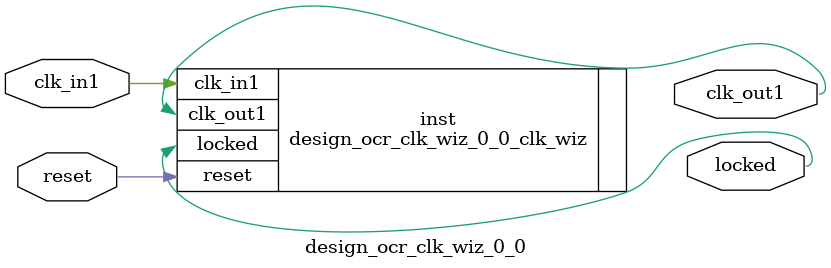
<source format=v>


`timescale 1ps/1ps

(* CORE_GENERATION_INFO = "design_ocr_clk_wiz_0_0,clk_wiz_v5_4_3_0,{component_name=design_ocr_clk_wiz_0_0,use_phase_alignment=true,use_min_o_jitter=false,use_max_i_jitter=false,use_dyn_phase_shift=false,use_inclk_switchover=false,use_dyn_reconfig=false,enable_axi=0,feedback_source=FDBK_AUTO,PRIMITIVE=MMCM,num_out_clk=1,clkin1_period=10.000,clkin2_period=10.000,use_power_down=false,use_reset=true,use_locked=true,use_inclk_stopped=false,feedback_type=SINGLE,CLOCK_MGR_TYPE=NA,manual_override=false}" *)

module design_ocr_clk_wiz_0_0 
 (
  // Clock out ports
  output        clk_out1,
  // Status and control signals
  input         reset,
  output        locked,
 // Clock in ports
  input         clk_in1
 );

  design_ocr_clk_wiz_0_0_clk_wiz inst
  (
  // Clock out ports  
  .clk_out1(clk_out1),
  // Status and control signals               
  .reset(reset), 
  .locked(locked),
 // Clock in ports
  .clk_in1(clk_in1)
  );

endmodule

</source>
